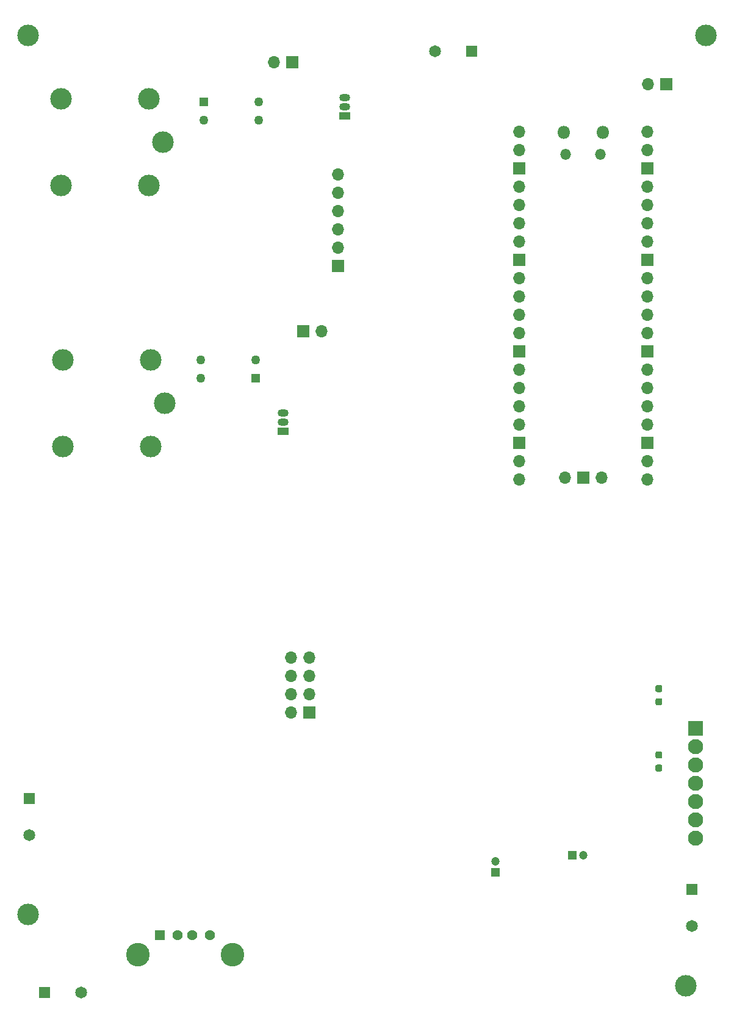
<source format=gbr>
G04 #@! TF.GenerationSoftware,KiCad,Pcbnew,(5.1.10-1-10_14)*
G04 #@! TF.CreationDate,2021-10-13T16:24:28-04:00*
G04 #@! TF.ProjectId,CC_PCB_V1,43435f50-4342-45f5-9631-2e6b69636164,10/13/2021*
G04 #@! TF.SameCoordinates,Original*
G04 #@! TF.FileFunction,Soldermask,Bot*
G04 #@! TF.FilePolarity,Negative*
%FSLAX46Y46*%
G04 Gerber Fmt 4.6, Leading zero omitted, Abs format (unit mm)*
G04 Created by KiCad (PCBNEW (5.1.10-1-10_14)) date 2021-10-13 16:24:28*
%MOMM*%
%LPD*%
G01*
G04 APERTURE LIST*
%ADD10C,3.276000*%
%ADD11C,1.428000*%
%ADD12R,1.428000X1.428000*%
%ADD13C,1.200000*%
%ADD14R,1.200000X1.200000*%
%ADD15C,3.000000*%
%ADD16R,1.500000X1.050000*%
%ADD17O,1.500000X1.050000*%
%ADD18C,1.260000*%
%ADD19R,1.260000X1.260000*%
%ADD20O,1.700000X1.700000*%
%ADD21R,1.700000X1.700000*%
%ADD22C,1.650000*%
%ADD23R,1.650000X1.650000*%
%ADD24O,1.500000X1.500000*%
%ADD25O,1.800000X1.800000*%
%ADD26C,2.100000*%
%ADD27R,2.100000X2.100000*%
G04 APERTURE END LIST*
G36*
G01*
X147262500Y-114025000D02*
X147737500Y-114025000D01*
G75*
G02*
X147975000Y-114262500I0J-237500D01*
G01*
X147975000Y-114762500D01*
G75*
G02*
X147737500Y-115000000I-237500J0D01*
G01*
X147262500Y-115000000D01*
G75*
G02*
X147025000Y-114762500I0J237500D01*
G01*
X147025000Y-114262500D01*
G75*
G02*
X147262500Y-114025000I237500J0D01*
G01*
G37*
G36*
G01*
X147262500Y-112200000D02*
X147737500Y-112200000D01*
G75*
G02*
X147975000Y-112437500I0J-237500D01*
G01*
X147975000Y-112937500D01*
G75*
G02*
X147737500Y-113175000I-237500J0D01*
G01*
X147262500Y-113175000D01*
G75*
G02*
X147025000Y-112937500I0J237500D01*
G01*
X147025000Y-112437500D01*
G75*
G02*
X147262500Y-112200000I237500J0D01*
G01*
G37*
G36*
G01*
X147737500Y-122375000D02*
X147262500Y-122375000D01*
G75*
G02*
X147025000Y-122137500I0J237500D01*
G01*
X147025000Y-121637500D01*
G75*
G02*
X147262500Y-121400000I237500J0D01*
G01*
X147737500Y-121400000D01*
G75*
G02*
X147975000Y-121637500I0J-237500D01*
G01*
X147975000Y-122137500D01*
G75*
G02*
X147737500Y-122375000I-237500J0D01*
G01*
G37*
G36*
G01*
X147737500Y-124200000D02*
X147262500Y-124200000D01*
G75*
G02*
X147025000Y-123962500I0J237500D01*
G01*
X147025000Y-123462500D01*
G75*
G02*
X147262500Y-123225000I237500J0D01*
G01*
X147737500Y-123225000D01*
G75*
G02*
X147975000Y-123462500I0J-237500D01*
G01*
X147975000Y-123962500D01*
G75*
G02*
X147737500Y-124200000I-237500J0D01*
G01*
G37*
D10*
X88307200Y-149618700D03*
X75167200Y-149618700D03*
D11*
X85237200Y-146908700D03*
X82737200Y-146908700D03*
X80737200Y-146908700D03*
D12*
X78237200Y-146908700D03*
D13*
X124828300Y-136663300D03*
D14*
X124828300Y-138163300D03*
D13*
X137021700Y-135851900D03*
D14*
X135521700Y-135851900D03*
D15*
X78970000Y-73056000D03*
X76970000Y-79056000D03*
X64770000Y-79056000D03*
X64770000Y-67056000D03*
X76970000Y-67056000D03*
X78716000Y-36861000D03*
X76716000Y-42861000D03*
X64516000Y-42861000D03*
X64516000Y-30861000D03*
X76716000Y-30861000D03*
D16*
X95377000Y-76962000D03*
D17*
X95377000Y-74422000D03*
X95377000Y-75692000D03*
D16*
X103949500Y-33210500D03*
D17*
X103949500Y-30670500D03*
X103949500Y-31940500D03*
D18*
X83947000Y-69596000D03*
X83947000Y-67056000D03*
X91567000Y-67056000D03*
D19*
X91567000Y-69596000D03*
D18*
X91948000Y-31242000D03*
X91948000Y-33782000D03*
X84328000Y-33782000D03*
D19*
X84328000Y-31242000D03*
D20*
X145948400Y-28816300D03*
D21*
X148488400Y-28816300D03*
D22*
X67360800Y-154889200D03*
D23*
X62280800Y-154889200D03*
D22*
X116471700Y-24244300D03*
D23*
X121551700Y-24244300D03*
D20*
X100685600Y-63080900D03*
D21*
X98145600Y-63080900D03*
D20*
X94107000Y-25781000D03*
D21*
X96647000Y-25781000D03*
D20*
X103000000Y-41300000D03*
X103000000Y-43840000D03*
X103000000Y-46380000D03*
X103000000Y-48920000D03*
X103000000Y-51460000D03*
D21*
X103000000Y-54000000D03*
D20*
X96460000Y-108380000D03*
X99000000Y-108380000D03*
X96460000Y-110920000D03*
X99000000Y-110920000D03*
X96460000Y-113460000D03*
X99000000Y-113460000D03*
X96460000Y-116000000D03*
D21*
X99000000Y-116000000D03*
D15*
X151200000Y-153900000D03*
X60000000Y-22000000D03*
X60000000Y-144000000D03*
X154000000Y-22000000D03*
D22*
X152100000Y-145640000D03*
D23*
X152100000Y-140560000D03*
D20*
X139540000Y-83400000D03*
D21*
X137000000Y-83400000D03*
D20*
X134460000Y-83400000D03*
D24*
X139425000Y-38530000D03*
X134575000Y-38530000D03*
D25*
X139725000Y-35500000D03*
X134275000Y-35500000D03*
D20*
X145890000Y-35370000D03*
X145890000Y-37910000D03*
D21*
X145890000Y-40450000D03*
D20*
X145890000Y-42990000D03*
X145890000Y-45530000D03*
X145890000Y-48070000D03*
X145890000Y-50610000D03*
D21*
X145890000Y-53150000D03*
D20*
X145890000Y-55690000D03*
X145890000Y-58230000D03*
X145890000Y-60770000D03*
X145890000Y-63310000D03*
D21*
X145890000Y-65850000D03*
D20*
X145890000Y-68390000D03*
X145890000Y-70930000D03*
X145890000Y-73470000D03*
X145890000Y-76010000D03*
D21*
X145890000Y-78550000D03*
D20*
X145890000Y-81090000D03*
X145890000Y-83630000D03*
X128110000Y-83630000D03*
X128110000Y-81090000D03*
D21*
X128110000Y-78550000D03*
D20*
X128110000Y-76010000D03*
X128110000Y-73470000D03*
X128110000Y-70930000D03*
X128110000Y-68390000D03*
D21*
X128110000Y-65850000D03*
D20*
X128110000Y-63310000D03*
X128110000Y-60770000D03*
X128110000Y-58230000D03*
X128110000Y-55690000D03*
D21*
X128110000Y-53150000D03*
D20*
X128110000Y-50610000D03*
X128110000Y-48070000D03*
X128110000Y-45530000D03*
X128110000Y-42990000D03*
D21*
X128110000Y-40450000D03*
D20*
X128110000Y-37910000D03*
X128110000Y-35370000D03*
D26*
X152600000Y-133440000D03*
X152600000Y-130900000D03*
X152600000Y-128360000D03*
X152600000Y-125820000D03*
X152600000Y-123280000D03*
X152600000Y-120740000D03*
D27*
X152600000Y-118200000D03*
D22*
X60096400Y-133019800D03*
D23*
X60096400Y-127939800D03*
M02*

</source>
